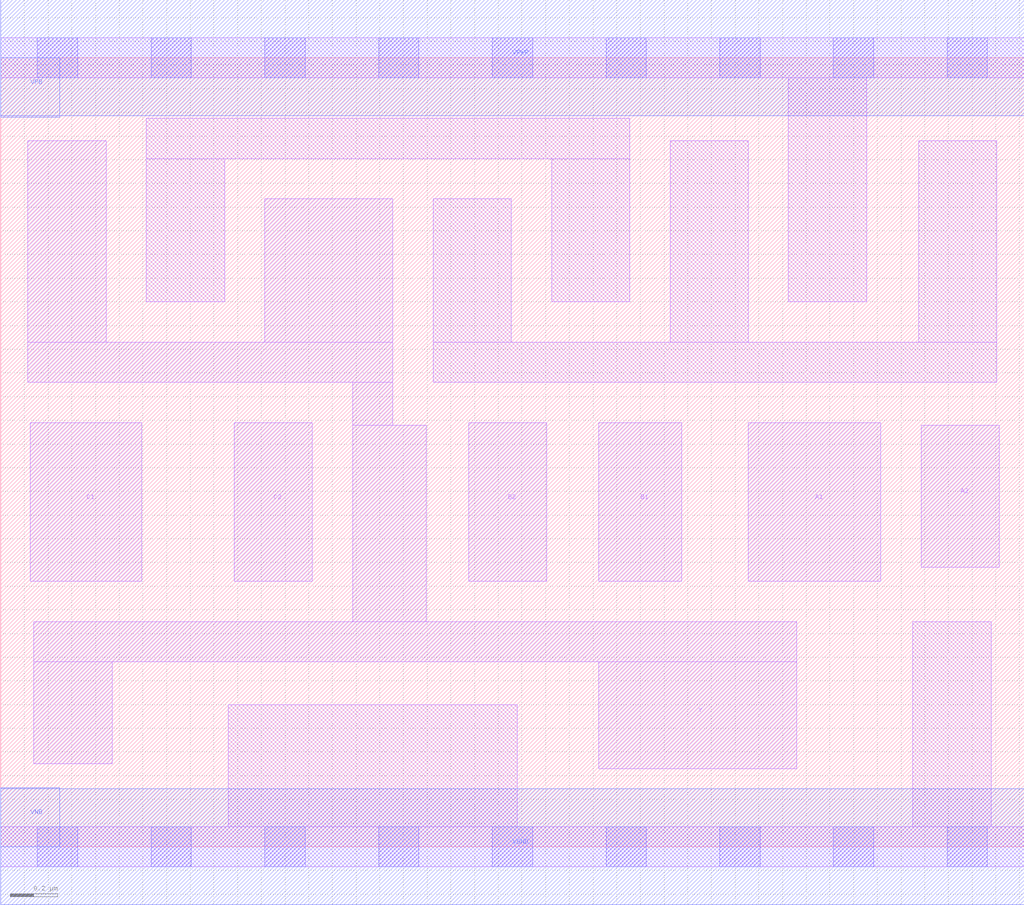
<source format=lef>
# Copyright 2020 The SkyWater PDK Authors
#
# Licensed under the Apache License, Version 2.0 (the "License");
# you may not use this file except in compliance with the License.
# You may obtain a copy of the License at
#
#     https://www.apache.org/licenses/LICENSE-2.0
#
# Unless required by applicable law or agreed to in writing, software
# distributed under the License is distributed on an "AS IS" BASIS,
# WITHOUT WARRANTIES OR CONDITIONS OF ANY KIND, either express or implied.
# See the License for the specific language governing permissions and
# limitations under the License.
#
# SPDX-License-Identifier: Apache-2.0

VERSION 5.5 ;
NAMESCASESENSITIVE ON ;
BUSBITCHARS "[]" ;
DIVIDERCHAR "/" ;
MACRO sky130_fd_sc_ms__a222oi_1
  CLASS CORE ;
  SOURCE USER ;
  ORIGIN  0.000000  0.000000 ;
  SIZE  4.320000 BY  3.330000 ;
  SYMMETRY X Y ;
  SITE unit ;
  PIN A1
    ANTENNAGATEAREA  0.246000 ;
    DIRECTION INPUT ;
    USE SIGNAL ;
    PORT
      LAYER li1 ;
        RECT 3.155000 1.120000 3.715000 1.790000 ;
    END
  END A1
  PIN A2
    ANTENNAGATEAREA  0.246000 ;
    DIRECTION INPUT ;
    USE SIGNAL ;
    PORT
      LAYER li1 ;
        RECT 3.885000 1.180000 4.215000 1.780000 ;
    END
  END A2
  PIN B1
    ANTENNAGATEAREA  0.246000 ;
    DIRECTION INPUT ;
    USE SIGNAL ;
    PORT
      LAYER li1 ;
        RECT 2.525000 1.120000 2.875000 1.790000 ;
    END
  END B1
  PIN B2
    ANTENNAGATEAREA  0.246000 ;
    DIRECTION INPUT ;
    USE SIGNAL ;
    PORT
      LAYER li1 ;
        RECT 1.975000 1.120000 2.305000 1.790000 ;
    END
  END B2
  PIN C1
    ANTENNAGATEAREA  0.246000 ;
    DIRECTION INPUT ;
    USE SIGNAL ;
    PORT
      LAYER li1 ;
        RECT 0.125000 1.120000 0.595000 1.790000 ;
    END
  END C1
  PIN C2
    ANTENNAGATEAREA  0.246000 ;
    DIRECTION INPUT ;
    USE SIGNAL ;
    PORT
      LAYER li1 ;
        RECT 0.985000 1.120000 1.315000 1.790000 ;
    END
  END C2
  PIN Y
    ANTENNADIFFAREA  1.232000 ;
    DIRECTION OUTPUT ;
    USE SIGNAL ;
    PORT
      LAYER li1 ;
        RECT 0.115000 1.960000 1.655000 2.130000 ;
        RECT 0.115000 2.130000 0.445000 2.980000 ;
        RECT 0.140000 0.350000 0.470000 0.780000 ;
        RECT 0.140000 0.780000 3.360000 0.950000 ;
        RECT 1.115000 2.130000 1.655000 2.735000 ;
        RECT 1.485000 0.950000 1.795000 1.780000 ;
        RECT 1.485000 1.780000 1.655000 1.960000 ;
        RECT 2.525000 0.330000 3.360000 0.780000 ;
    END
  END Y
  PIN VGND
    DIRECTION INOUT ;
    USE GROUND ;
    PORT
      LAYER met1 ;
        RECT 0.000000 -0.245000 4.320000 0.245000 ;
    END
  END VGND
  PIN VNB
    DIRECTION INOUT ;
    USE GROUND ;
    PORT
    END
  END VNB
  PIN VPB
    DIRECTION INOUT ;
    USE POWER ;
    PORT
    END
  END VPB
  PIN VNB
    DIRECTION INOUT ;
    USE GROUND ;
    PORT
      LAYER met1 ;
        RECT 0.000000 0.000000 0.250000 0.250000 ;
    END
  END VNB
  PIN VPB
    DIRECTION INOUT ;
    USE POWER ;
    PORT
      LAYER met1 ;
        RECT 0.000000 3.080000 0.250000 3.330000 ;
    END
  END VPB
  PIN VPWR
    DIRECTION INOUT ;
    USE POWER ;
    PORT
      LAYER met1 ;
        RECT 0.000000 3.085000 4.320000 3.575000 ;
    END
  END VPWR
  OBS
    LAYER li1 ;
      RECT 0.000000 -0.085000 4.320000 0.085000 ;
      RECT 0.000000  3.245000 4.320000 3.415000 ;
      RECT 0.615000  2.300000 0.945000 2.905000 ;
      RECT 0.615000  2.905000 2.655000 3.075000 ;
      RECT 0.960000  0.085000 2.180000 0.600000 ;
      RECT 1.825000  1.960000 4.205000 2.130000 ;
      RECT 1.825000  2.130000 2.155000 2.735000 ;
      RECT 2.325000  2.300000 2.655000 2.905000 ;
      RECT 2.825000  2.130000 3.155000 2.980000 ;
      RECT 3.325000  2.300000 3.655000 3.245000 ;
      RECT 3.850000  0.085000 4.180000 0.950000 ;
      RECT 3.875000  2.130000 4.205000 2.980000 ;
    LAYER mcon ;
      RECT 0.155000 -0.085000 0.325000 0.085000 ;
      RECT 0.155000  3.245000 0.325000 3.415000 ;
      RECT 0.635000 -0.085000 0.805000 0.085000 ;
      RECT 0.635000  3.245000 0.805000 3.415000 ;
      RECT 1.115000 -0.085000 1.285000 0.085000 ;
      RECT 1.115000  3.245000 1.285000 3.415000 ;
      RECT 1.595000 -0.085000 1.765000 0.085000 ;
      RECT 1.595000  3.245000 1.765000 3.415000 ;
      RECT 2.075000 -0.085000 2.245000 0.085000 ;
      RECT 2.075000  3.245000 2.245000 3.415000 ;
      RECT 2.555000 -0.085000 2.725000 0.085000 ;
      RECT 2.555000  3.245000 2.725000 3.415000 ;
      RECT 3.035000 -0.085000 3.205000 0.085000 ;
      RECT 3.035000  3.245000 3.205000 3.415000 ;
      RECT 3.515000 -0.085000 3.685000 0.085000 ;
      RECT 3.515000  3.245000 3.685000 3.415000 ;
      RECT 3.995000 -0.085000 4.165000 0.085000 ;
      RECT 3.995000  3.245000 4.165000 3.415000 ;
  END
END sky130_fd_sc_ms__a222oi_1
END LIBRARY

</source>
